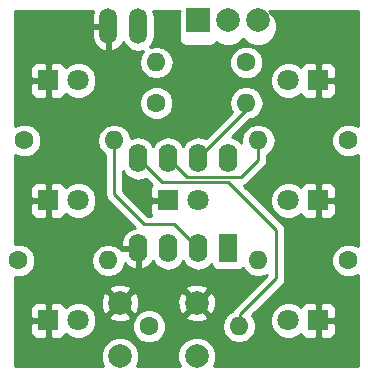
<source format=gbr>
G04 #@! TF.FileFunction,Copper,L2,Bot,Signal*
%FSLAX46Y46*%
G04 Gerber Fmt 4.6, Leading zero omitted, Abs format (unit mm)*
G04 Created by KiCad (PCBNEW 4.0.7) date 01/31/18 00:20:31*
%MOMM*%
%LPD*%
G01*
G04 APERTURE LIST*
%ADD10C,0.100000*%
%ADD11R,2.000000X2.000000*%
%ADD12C,2.000000*%
%ADD13C,1.600000*%
%ADD14O,1.600000X1.600000*%
%ADD15O,1.510000X3.010000*%
%ADD16R,1.800000X1.800000*%
%ADD17C,1.800000*%
%ADD18R,1.600000X2.400000*%
%ADD19O,1.600000X2.400000*%
%ADD20C,0.250000*%
%ADD21C,0.254000*%
G04 APERTURE END LIST*
D10*
D11*
X141732000Y-86868000D03*
D12*
X144272000Y-86868000D03*
X146772000Y-86868000D03*
D13*
X154432000Y-97028000D03*
D14*
X146812000Y-97028000D03*
D12*
X141605000Y-110790600D03*
X141605000Y-115290600D03*
X135105000Y-110790600D03*
X135105000Y-115290600D03*
D13*
X137566400Y-112750600D03*
D14*
X145186400Y-112750600D03*
D15*
X136652000Y-87376000D03*
X134112000Y-87376000D03*
D16*
X129032000Y-91948000D03*
D17*
X131572000Y-91948000D03*
D16*
X129032000Y-102108000D03*
D17*
X131572000Y-102108000D03*
D16*
X129032000Y-112268000D03*
D17*
X131572000Y-112268000D03*
D16*
X139192000Y-102108000D03*
D17*
X141732000Y-102108000D03*
D16*
X151892000Y-91948000D03*
D17*
X149352000Y-91948000D03*
D16*
X151892000Y-102108000D03*
D17*
X149352000Y-102108000D03*
D16*
X151892000Y-112268000D03*
D17*
X149352000Y-112268000D03*
D13*
X127000000Y-97028000D03*
D14*
X134620000Y-97028000D03*
D13*
X126492000Y-107188000D03*
D14*
X134112000Y-107188000D03*
D13*
X138176000Y-93853000D03*
D14*
X145796000Y-93853000D03*
D13*
X145796000Y-90424000D03*
D14*
X138176000Y-90424000D03*
D13*
X154432000Y-107188000D03*
D14*
X146812000Y-107188000D03*
D18*
X144272000Y-106172000D03*
D19*
X136652000Y-98552000D03*
X141732000Y-106172000D03*
X139192000Y-98552000D03*
X139192000Y-106172000D03*
X141732000Y-98552000D03*
X136652000Y-106172000D03*
X144272000Y-98552000D03*
D20*
X134620000Y-97028000D02*
X134620000Y-101600000D01*
X139700000Y-104140000D02*
X141732000Y-106172000D01*
X137160000Y-104140000D02*
X139700000Y-104140000D01*
X134620000Y-101600000D02*
X137160000Y-104140000D01*
X146812000Y-97028000D02*
X146812000Y-98679000D01*
X140773998Y-100133998D02*
X139192000Y-98552000D01*
X145357002Y-100133998D02*
X140773998Y-100133998D01*
X146812000Y-98679000D02*
X145357002Y-100133998D01*
X145288000Y-112776000D02*
X145288000Y-111760000D01*
X145288000Y-111760000D02*
X148336000Y-108712000D01*
X148336000Y-108712000D02*
X148336000Y-104648000D01*
X148336000Y-104648000D02*
X144272000Y-100584000D01*
X144272000Y-100584000D02*
X138684000Y-100584000D01*
X138684000Y-100584000D02*
X136652000Y-98552000D01*
X145796000Y-93853000D02*
X145796000Y-94488000D01*
X145796000Y-94488000D02*
X141732000Y-98552000D01*
D21*
G36*
X132722000Y-86499000D02*
X132722000Y-87249000D01*
X133985000Y-87249000D01*
X133985000Y-87229000D01*
X134239000Y-87229000D01*
X134239000Y-87249000D01*
X134259000Y-87249000D01*
X134259000Y-87503000D01*
X134239000Y-87503000D01*
X134239000Y-89350683D01*
X134453971Y-89473277D01*
X134526597Y-89458793D01*
X135005076Y-89198681D01*
X135347592Y-88775263D01*
X135369249Y-88702013D01*
X135669122Y-89150803D01*
X136120070Y-89452118D01*
X136652000Y-89557925D01*
X137092417Y-89470321D01*
X136822120Y-89874849D01*
X136712887Y-90424000D01*
X136822120Y-90973151D01*
X137133189Y-91438698D01*
X137598736Y-91749767D01*
X138147887Y-91859000D01*
X138204113Y-91859000D01*
X138753264Y-91749767D01*
X139218811Y-91438698D01*
X139529880Y-90973151D01*
X139582584Y-90708187D01*
X144360752Y-90708187D01*
X144578757Y-91235800D01*
X144982077Y-91639824D01*
X145509309Y-91858750D01*
X146080187Y-91859248D01*
X146607800Y-91641243D01*
X147011824Y-91237923D01*
X147230750Y-90710691D01*
X147231248Y-90139813D01*
X147013243Y-89612200D01*
X146609923Y-89208176D01*
X146082691Y-88989250D01*
X145511813Y-88988752D01*
X144984200Y-89206757D01*
X144580176Y-89610077D01*
X144361250Y-90137309D01*
X144360752Y-90708187D01*
X139582584Y-90708187D01*
X139639113Y-90424000D01*
X139529880Y-89874849D01*
X139218811Y-89409302D01*
X138753264Y-89098233D01*
X138204113Y-88989000D01*
X138147887Y-88989000D01*
X137680928Y-89081884D01*
X137936193Y-88699855D01*
X138042000Y-88167925D01*
X138042000Y-86584075D01*
X137936562Y-86054000D01*
X140183473Y-86054000D01*
X140135569Y-86124110D01*
X140084560Y-86376000D01*
X140084560Y-88376000D01*
X140128838Y-88611317D01*
X140267910Y-88827441D01*
X140480110Y-88972431D01*
X140732000Y-89023440D01*
X142732000Y-89023440D01*
X142967317Y-88979162D01*
X143183441Y-88840090D01*
X143280910Y-88697439D01*
X143344637Y-88761278D01*
X143945352Y-89010716D01*
X144595795Y-89011284D01*
X145196943Y-88762894D01*
X145522164Y-88438241D01*
X145844637Y-88761278D01*
X146445352Y-89010716D01*
X147095795Y-89011284D01*
X147696943Y-88762894D01*
X148157278Y-88303363D01*
X148406716Y-87702648D01*
X148407284Y-87052205D01*
X148158894Y-86451057D01*
X147762530Y-86054000D01*
X155246000Y-86054000D01*
X155246000Y-95812253D01*
X155245923Y-95812176D01*
X154718691Y-95593250D01*
X154147813Y-95592752D01*
X153620200Y-95810757D01*
X153216176Y-96214077D01*
X152997250Y-96741309D01*
X152996752Y-97312187D01*
X153214757Y-97839800D01*
X153618077Y-98243824D01*
X154145309Y-98462750D01*
X154716187Y-98463248D01*
X155243800Y-98245243D01*
X155246000Y-98243047D01*
X155246000Y-105972253D01*
X155245923Y-105972176D01*
X154718691Y-105753250D01*
X154147813Y-105752752D01*
X153620200Y-105970757D01*
X153216176Y-106374077D01*
X152997250Y-106901309D01*
X152996752Y-107472187D01*
X153214757Y-107999800D01*
X153618077Y-108403824D01*
X154145309Y-108622750D01*
X154716187Y-108623248D01*
X155243800Y-108405243D01*
X155246000Y-108403047D01*
X155246000Y-116130000D01*
X143026803Y-116130000D01*
X143239716Y-115617248D01*
X143240284Y-114966805D01*
X142991894Y-114365657D01*
X142532363Y-113905322D01*
X141931648Y-113655884D01*
X141281205Y-113655316D01*
X140680057Y-113903706D01*
X140219722Y-114363237D01*
X139970284Y-114963952D01*
X139969716Y-115614395D01*
X140182760Y-116130000D01*
X136526803Y-116130000D01*
X136739716Y-115617248D01*
X136740284Y-114966805D01*
X136491894Y-114365657D01*
X136032363Y-113905322D01*
X135431648Y-113655884D01*
X134781205Y-113655316D01*
X134180057Y-113903706D01*
X133719722Y-114363237D01*
X133470284Y-114963952D01*
X133469716Y-115614395D01*
X133682760Y-116130000D01*
X126186000Y-116130000D01*
X126186000Y-112553750D01*
X127497000Y-112553750D01*
X127497000Y-113294310D01*
X127593673Y-113527699D01*
X127772302Y-113706327D01*
X128005691Y-113803000D01*
X128746250Y-113803000D01*
X128905000Y-113644250D01*
X128905000Y-112395000D01*
X127655750Y-112395000D01*
X127497000Y-112553750D01*
X126186000Y-112553750D01*
X126186000Y-111241690D01*
X127497000Y-111241690D01*
X127497000Y-111982250D01*
X127655750Y-112141000D01*
X128905000Y-112141000D01*
X128905000Y-110891750D01*
X129159000Y-110891750D01*
X129159000Y-112141000D01*
X129179000Y-112141000D01*
X129179000Y-112395000D01*
X129159000Y-112395000D01*
X129159000Y-113644250D01*
X129317750Y-113803000D01*
X130058309Y-113803000D01*
X130291698Y-113706327D01*
X130470327Y-113527699D01*
X130526119Y-113393006D01*
X130701357Y-113568551D01*
X131265330Y-113802733D01*
X131875991Y-113803265D01*
X132440371Y-113570068D01*
X132872551Y-113138643D01*
X132915675Y-113034787D01*
X136131152Y-113034787D01*
X136349157Y-113562400D01*
X136752477Y-113966424D01*
X137279709Y-114185350D01*
X137850587Y-114185848D01*
X138378200Y-113967843D01*
X138782224Y-113564523D01*
X139001150Y-113037291D01*
X139001648Y-112466413D01*
X138785433Y-111943132D01*
X140632073Y-111943132D01*
X140730736Y-112209987D01*
X141340461Y-112436508D01*
X141990460Y-112412456D01*
X142479264Y-112209987D01*
X142577927Y-111943132D01*
X141605000Y-110970205D01*
X140632073Y-111943132D01*
X138785433Y-111943132D01*
X138783643Y-111938800D01*
X138380323Y-111534776D01*
X137853091Y-111315850D01*
X137282213Y-111315352D01*
X136754600Y-111533357D01*
X136350576Y-111936677D01*
X136131650Y-112463909D01*
X136131152Y-113034787D01*
X132915675Y-113034787D01*
X133106733Y-112574670D01*
X133107265Y-111964009D01*
X133098639Y-111943132D01*
X134132073Y-111943132D01*
X134230736Y-112209987D01*
X134840461Y-112436508D01*
X135490460Y-112412456D01*
X135979264Y-112209987D01*
X136077927Y-111943132D01*
X135105000Y-110970205D01*
X134132073Y-111943132D01*
X133098639Y-111943132D01*
X132874068Y-111399629D01*
X132442643Y-110967449D01*
X131878670Y-110733267D01*
X131268009Y-110732735D01*
X130703629Y-110965932D01*
X130526159Y-111143092D01*
X130470327Y-111008301D01*
X130291698Y-110829673D01*
X130058309Y-110733000D01*
X129317750Y-110733000D01*
X129159000Y-110891750D01*
X128905000Y-110891750D01*
X128746250Y-110733000D01*
X128005691Y-110733000D01*
X127772302Y-110829673D01*
X127593673Y-111008301D01*
X127497000Y-111241690D01*
X126186000Y-111241690D01*
X126186000Y-110526061D01*
X133459092Y-110526061D01*
X133483144Y-111176060D01*
X133685613Y-111664864D01*
X133952468Y-111763527D01*
X134925395Y-110790600D01*
X135284605Y-110790600D01*
X136257532Y-111763527D01*
X136524387Y-111664864D01*
X136750908Y-111055139D01*
X136731331Y-110526061D01*
X139959092Y-110526061D01*
X139983144Y-111176060D01*
X140185613Y-111664864D01*
X140452468Y-111763527D01*
X141425395Y-110790600D01*
X141784605Y-110790600D01*
X142757532Y-111763527D01*
X143024387Y-111664864D01*
X143250908Y-111055139D01*
X143226856Y-110405140D01*
X143024387Y-109916336D01*
X142757532Y-109817673D01*
X141784605Y-110790600D01*
X141425395Y-110790600D01*
X140452468Y-109817673D01*
X140185613Y-109916336D01*
X139959092Y-110526061D01*
X136731331Y-110526061D01*
X136726856Y-110405140D01*
X136524387Y-109916336D01*
X136257532Y-109817673D01*
X135284605Y-110790600D01*
X134925395Y-110790600D01*
X133952468Y-109817673D01*
X133685613Y-109916336D01*
X133459092Y-110526061D01*
X126186000Y-110526061D01*
X126186000Y-109638068D01*
X134132073Y-109638068D01*
X135105000Y-110610995D01*
X136077927Y-109638068D01*
X140632073Y-109638068D01*
X141605000Y-110610995D01*
X142577927Y-109638068D01*
X142479264Y-109371213D01*
X141869539Y-109144692D01*
X141219540Y-109168744D01*
X140730736Y-109371213D01*
X140632073Y-109638068D01*
X136077927Y-109638068D01*
X135979264Y-109371213D01*
X135369539Y-109144692D01*
X134719540Y-109168744D01*
X134230736Y-109371213D01*
X134132073Y-109638068D01*
X126186000Y-109638068D01*
X126186000Y-108614732D01*
X126205309Y-108622750D01*
X126776187Y-108623248D01*
X127303800Y-108405243D01*
X127707824Y-108001923D01*
X127926750Y-107474691D01*
X127927000Y-107188000D01*
X132648887Y-107188000D01*
X132758120Y-107737151D01*
X133069189Y-108202698D01*
X133534736Y-108513767D01*
X134083887Y-108623000D01*
X134140113Y-108623000D01*
X134689264Y-108513767D01*
X135154811Y-108202698D01*
X135465880Y-107737151D01*
X135527350Y-107428123D01*
X135727104Y-107676500D01*
X136220181Y-107946367D01*
X136302961Y-107963904D01*
X136525000Y-107841915D01*
X136525000Y-106299000D01*
X135238800Y-106299000D01*
X135154811Y-106173302D01*
X134689264Y-105862233D01*
X134140113Y-105753000D01*
X134083887Y-105753000D01*
X133534736Y-105862233D01*
X133069189Y-106173302D01*
X132758120Y-106638849D01*
X132648887Y-107188000D01*
X127927000Y-107188000D01*
X127927248Y-106903813D01*
X127709243Y-106376200D01*
X127305923Y-105972176D01*
X126778691Y-105753250D01*
X126207813Y-105752752D01*
X126186000Y-105761765D01*
X126186000Y-102393750D01*
X127497000Y-102393750D01*
X127497000Y-103134310D01*
X127593673Y-103367699D01*
X127772302Y-103546327D01*
X128005691Y-103643000D01*
X128746250Y-103643000D01*
X128905000Y-103484250D01*
X128905000Y-102235000D01*
X127655750Y-102235000D01*
X127497000Y-102393750D01*
X126186000Y-102393750D01*
X126186000Y-101081690D01*
X127497000Y-101081690D01*
X127497000Y-101822250D01*
X127655750Y-101981000D01*
X128905000Y-101981000D01*
X128905000Y-100731750D01*
X129159000Y-100731750D01*
X129159000Y-101981000D01*
X129179000Y-101981000D01*
X129179000Y-102235000D01*
X129159000Y-102235000D01*
X129159000Y-103484250D01*
X129317750Y-103643000D01*
X130058309Y-103643000D01*
X130291698Y-103546327D01*
X130470327Y-103367699D01*
X130526119Y-103233006D01*
X130701357Y-103408551D01*
X131265330Y-103642733D01*
X131875991Y-103643265D01*
X132440371Y-103410068D01*
X132872551Y-102978643D01*
X133106733Y-102414670D01*
X133107265Y-101804009D01*
X132874068Y-101239629D01*
X132442643Y-100807449D01*
X131878670Y-100573267D01*
X131268009Y-100572735D01*
X130703629Y-100805932D01*
X130526159Y-100983092D01*
X130470327Y-100848301D01*
X130291698Y-100669673D01*
X130058309Y-100573000D01*
X129317750Y-100573000D01*
X129159000Y-100731750D01*
X128905000Y-100731750D01*
X128746250Y-100573000D01*
X128005691Y-100573000D01*
X127772302Y-100669673D01*
X127593673Y-100848301D01*
X127497000Y-101081690D01*
X126186000Y-101081690D01*
X126186000Y-98243747D01*
X126186077Y-98243824D01*
X126713309Y-98462750D01*
X127284187Y-98463248D01*
X127811800Y-98245243D01*
X128215824Y-97841923D01*
X128434750Y-97314691D01*
X128435000Y-97028000D01*
X133156887Y-97028000D01*
X133266120Y-97577151D01*
X133577189Y-98042698D01*
X133860000Y-98231667D01*
X133860000Y-101600000D01*
X133917852Y-101890839D01*
X134082599Y-102137401D01*
X136352524Y-104407326D01*
X136302961Y-104380096D01*
X136220181Y-104397633D01*
X135727104Y-104667500D01*
X135374834Y-105105517D01*
X135217000Y-105645000D01*
X135217000Y-106045000D01*
X136525000Y-106045000D01*
X136525000Y-106025000D01*
X136779000Y-106025000D01*
X136779000Y-106045000D01*
X136799000Y-106045000D01*
X136799000Y-106299000D01*
X136779000Y-106299000D01*
X136779000Y-107841915D01*
X137001039Y-107963904D01*
X137083819Y-107946367D01*
X137576896Y-107676500D01*
X137924493Y-107244293D01*
X138177302Y-107622648D01*
X138642849Y-107933717D01*
X139192000Y-108042950D01*
X139741151Y-107933717D01*
X140206698Y-107622648D01*
X140462000Y-107240562D01*
X140717302Y-107622648D01*
X141182849Y-107933717D01*
X141732000Y-108042950D01*
X142281151Y-107933717D01*
X142746698Y-107622648D01*
X142844251Y-107476650D01*
X142868838Y-107607317D01*
X143007910Y-107823441D01*
X143220110Y-107968431D01*
X143472000Y-108019440D01*
X145072000Y-108019440D01*
X145307317Y-107975162D01*
X145523441Y-107836090D01*
X145523839Y-107835507D01*
X145769189Y-108202698D01*
X146234736Y-108513767D01*
X146783887Y-108623000D01*
X146840113Y-108623000D01*
X147389264Y-108513767D01*
X147576000Y-108388994D01*
X147576000Y-108397198D01*
X144750599Y-111222599D01*
X144616442Y-111423380D01*
X144609136Y-111424833D01*
X144143589Y-111735902D01*
X143832520Y-112201449D01*
X143723287Y-112750600D01*
X143832520Y-113299751D01*
X144143589Y-113765298D01*
X144609136Y-114076367D01*
X145158287Y-114185600D01*
X145214513Y-114185600D01*
X145763664Y-114076367D01*
X146229211Y-113765298D01*
X146540280Y-113299751D01*
X146649513Y-112750600D01*
X146613986Y-112571991D01*
X147816735Y-112571991D01*
X148049932Y-113136371D01*
X148481357Y-113568551D01*
X149045330Y-113802733D01*
X149655991Y-113803265D01*
X150220371Y-113570068D01*
X150397841Y-113392908D01*
X150453673Y-113527699D01*
X150632302Y-113706327D01*
X150865691Y-113803000D01*
X151606250Y-113803000D01*
X151765000Y-113644250D01*
X151765000Y-112395000D01*
X152019000Y-112395000D01*
X152019000Y-113644250D01*
X152177750Y-113803000D01*
X152918309Y-113803000D01*
X153151698Y-113706327D01*
X153330327Y-113527699D01*
X153427000Y-113294310D01*
X153427000Y-112553750D01*
X153268250Y-112395000D01*
X152019000Y-112395000D01*
X151765000Y-112395000D01*
X151745000Y-112395000D01*
X151745000Y-112141000D01*
X151765000Y-112141000D01*
X151765000Y-110891750D01*
X152019000Y-110891750D01*
X152019000Y-112141000D01*
X153268250Y-112141000D01*
X153427000Y-111982250D01*
X153427000Y-111241690D01*
X153330327Y-111008301D01*
X153151698Y-110829673D01*
X152918309Y-110733000D01*
X152177750Y-110733000D01*
X152019000Y-110891750D01*
X151765000Y-110891750D01*
X151606250Y-110733000D01*
X150865691Y-110733000D01*
X150632302Y-110829673D01*
X150453673Y-111008301D01*
X150397881Y-111142994D01*
X150222643Y-110967449D01*
X149658670Y-110733267D01*
X149048009Y-110732735D01*
X148483629Y-110965932D01*
X148051449Y-111397357D01*
X147817267Y-111961330D01*
X147816735Y-112571991D01*
X146613986Y-112571991D01*
X146540280Y-112201449D01*
X146292372Y-111830430D01*
X148873401Y-109249401D01*
X149038148Y-109002839D01*
X149096000Y-108712000D01*
X149096000Y-104648000D01*
X149038148Y-104357161D01*
X148873401Y-104110599D01*
X147174793Y-102411991D01*
X147816735Y-102411991D01*
X148049932Y-102976371D01*
X148481357Y-103408551D01*
X149045330Y-103642733D01*
X149655991Y-103643265D01*
X150220371Y-103410068D01*
X150397841Y-103232908D01*
X150453673Y-103367699D01*
X150632302Y-103546327D01*
X150865691Y-103643000D01*
X151606250Y-103643000D01*
X151765000Y-103484250D01*
X151765000Y-102235000D01*
X152019000Y-102235000D01*
X152019000Y-103484250D01*
X152177750Y-103643000D01*
X152918309Y-103643000D01*
X153151698Y-103546327D01*
X153330327Y-103367699D01*
X153427000Y-103134310D01*
X153427000Y-102393750D01*
X153268250Y-102235000D01*
X152019000Y-102235000D01*
X151765000Y-102235000D01*
X151745000Y-102235000D01*
X151745000Y-101981000D01*
X151765000Y-101981000D01*
X151765000Y-100731750D01*
X152019000Y-100731750D01*
X152019000Y-101981000D01*
X153268250Y-101981000D01*
X153427000Y-101822250D01*
X153427000Y-101081690D01*
X153330327Y-100848301D01*
X153151698Y-100669673D01*
X152918309Y-100573000D01*
X152177750Y-100573000D01*
X152019000Y-100731750D01*
X151765000Y-100731750D01*
X151606250Y-100573000D01*
X150865691Y-100573000D01*
X150632302Y-100669673D01*
X150453673Y-100848301D01*
X150397881Y-100982994D01*
X150222643Y-100807449D01*
X149658670Y-100573267D01*
X149048009Y-100572735D01*
X148483629Y-100805932D01*
X148051449Y-101237357D01*
X147817267Y-101801330D01*
X147816735Y-102411991D01*
X147174793Y-102411991D01*
X145607060Y-100844258D01*
X145647841Y-100836146D01*
X145894403Y-100671399D01*
X147349401Y-99216401D01*
X147514148Y-98969839D01*
X147572000Y-98679000D01*
X147572000Y-98231667D01*
X147854811Y-98042698D01*
X148165880Y-97577151D01*
X148275113Y-97028000D01*
X148165880Y-96478849D01*
X147854811Y-96013302D01*
X147389264Y-95702233D01*
X146840113Y-95593000D01*
X146783887Y-95593000D01*
X146234736Y-95702233D01*
X145769189Y-96013302D01*
X145458120Y-96478849D01*
X145348887Y-97028000D01*
X145396023Y-97264968D01*
X145286698Y-97101352D01*
X144821151Y-96790283D01*
X144610433Y-96748369D01*
X146132056Y-95226746D01*
X146373264Y-95178767D01*
X146838811Y-94867698D01*
X147149880Y-94402151D01*
X147259113Y-93853000D01*
X147149880Y-93303849D01*
X146838811Y-92838302D01*
X146373264Y-92527233D01*
X145824113Y-92418000D01*
X145767887Y-92418000D01*
X145218736Y-92527233D01*
X144753189Y-92838302D01*
X144442120Y-93303849D01*
X144332887Y-93853000D01*
X144442120Y-94402151D01*
X144588289Y-94620909D01*
X142363734Y-96845464D01*
X142281151Y-96790283D01*
X141732000Y-96681050D01*
X141182849Y-96790283D01*
X140717302Y-97101352D01*
X140462000Y-97483438D01*
X140206698Y-97101352D01*
X139741151Y-96790283D01*
X139192000Y-96681050D01*
X138642849Y-96790283D01*
X138177302Y-97101352D01*
X137922000Y-97483438D01*
X137666698Y-97101352D01*
X137201151Y-96790283D01*
X136652000Y-96681050D01*
X136102849Y-96790283D01*
X136043691Y-96829811D01*
X135973880Y-96478849D01*
X135662811Y-96013302D01*
X135197264Y-95702233D01*
X134648113Y-95593000D01*
X134591887Y-95593000D01*
X134042736Y-95702233D01*
X133577189Y-96013302D01*
X133266120Y-96478849D01*
X133156887Y-97028000D01*
X128435000Y-97028000D01*
X128435248Y-96743813D01*
X128217243Y-96216200D01*
X127813923Y-95812176D01*
X127286691Y-95593250D01*
X126715813Y-95592752D01*
X126188200Y-95810757D01*
X126186000Y-95812953D01*
X126186000Y-94137187D01*
X136740752Y-94137187D01*
X136958757Y-94664800D01*
X137362077Y-95068824D01*
X137889309Y-95287750D01*
X138460187Y-95288248D01*
X138987800Y-95070243D01*
X139391824Y-94666923D01*
X139610750Y-94139691D01*
X139611248Y-93568813D01*
X139393243Y-93041200D01*
X138989923Y-92637176D01*
X138462691Y-92418250D01*
X137891813Y-92417752D01*
X137364200Y-92635757D01*
X136960176Y-93039077D01*
X136741250Y-93566309D01*
X136740752Y-94137187D01*
X126186000Y-94137187D01*
X126186000Y-92233750D01*
X127497000Y-92233750D01*
X127497000Y-92974310D01*
X127593673Y-93207699D01*
X127772302Y-93386327D01*
X128005691Y-93483000D01*
X128746250Y-93483000D01*
X128905000Y-93324250D01*
X128905000Y-92075000D01*
X127655750Y-92075000D01*
X127497000Y-92233750D01*
X126186000Y-92233750D01*
X126186000Y-90921690D01*
X127497000Y-90921690D01*
X127497000Y-91662250D01*
X127655750Y-91821000D01*
X128905000Y-91821000D01*
X128905000Y-90571750D01*
X129159000Y-90571750D01*
X129159000Y-91821000D01*
X129179000Y-91821000D01*
X129179000Y-92075000D01*
X129159000Y-92075000D01*
X129159000Y-93324250D01*
X129317750Y-93483000D01*
X130058309Y-93483000D01*
X130291698Y-93386327D01*
X130470327Y-93207699D01*
X130526119Y-93073006D01*
X130701357Y-93248551D01*
X131265330Y-93482733D01*
X131875991Y-93483265D01*
X132440371Y-93250068D01*
X132872551Y-92818643D01*
X133106733Y-92254670D01*
X133106735Y-92251991D01*
X147816735Y-92251991D01*
X148049932Y-92816371D01*
X148481357Y-93248551D01*
X149045330Y-93482733D01*
X149655991Y-93483265D01*
X150220371Y-93250068D01*
X150397841Y-93072908D01*
X150453673Y-93207699D01*
X150632302Y-93386327D01*
X150865691Y-93483000D01*
X151606250Y-93483000D01*
X151765000Y-93324250D01*
X151765000Y-92075000D01*
X152019000Y-92075000D01*
X152019000Y-93324250D01*
X152177750Y-93483000D01*
X152918309Y-93483000D01*
X153151698Y-93386327D01*
X153330327Y-93207699D01*
X153427000Y-92974310D01*
X153427000Y-92233750D01*
X153268250Y-92075000D01*
X152019000Y-92075000D01*
X151765000Y-92075000D01*
X151745000Y-92075000D01*
X151745000Y-91821000D01*
X151765000Y-91821000D01*
X151765000Y-90571750D01*
X152019000Y-90571750D01*
X152019000Y-91821000D01*
X153268250Y-91821000D01*
X153427000Y-91662250D01*
X153427000Y-90921690D01*
X153330327Y-90688301D01*
X153151698Y-90509673D01*
X152918309Y-90413000D01*
X152177750Y-90413000D01*
X152019000Y-90571750D01*
X151765000Y-90571750D01*
X151606250Y-90413000D01*
X150865691Y-90413000D01*
X150632302Y-90509673D01*
X150453673Y-90688301D01*
X150397881Y-90822994D01*
X150222643Y-90647449D01*
X149658670Y-90413267D01*
X149048009Y-90412735D01*
X148483629Y-90645932D01*
X148051449Y-91077357D01*
X147817267Y-91641330D01*
X147816735Y-92251991D01*
X133106735Y-92251991D01*
X133107265Y-91644009D01*
X132874068Y-91079629D01*
X132442643Y-90647449D01*
X131878670Y-90413267D01*
X131268009Y-90412735D01*
X130703629Y-90645932D01*
X130526159Y-90823092D01*
X130470327Y-90688301D01*
X130291698Y-90509673D01*
X130058309Y-90413000D01*
X129317750Y-90413000D01*
X129159000Y-90571750D01*
X128905000Y-90571750D01*
X128746250Y-90413000D01*
X128005691Y-90413000D01*
X127772302Y-90509673D01*
X127593673Y-90688301D01*
X127497000Y-90921690D01*
X126186000Y-90921690D01*
X126186000Y-87503000D01*
X132722000Y-87503000D01*
X132722000Y-88253000D01*
X132876408Y-88775263D01*
X133218924Y-89198681D01*
X133697403Y-89458793D01*
X133770029Y-89473277D01*
X133985000Y-89350683D01*
X133985000Y-87503000D01*
X132722000Y-87503000D01*
X126186000Y-87503000D01*
X126186000Y-86054000D01*
X132853565Y-86054000D01*
X132722000Y-86499000D01*
X132722000Y-86499000D01*
G37*
X132722000Y-86499000D02*
X132722000Y-87249000D01*
X133985000Y-87249000D01*
X133985000Y-87229000D01*
X134239000Y-87229000D01*
X134239000Y-87249000D01*
X134259000Y-87249000D01*
X134259000Y-87503000D01*
X134239000Y-87503000D01*
X134239000Y-89350683D01*
X134453971Y-89473277D01*
X134526597Y-89458793D01*
X135005076Y-89198681D01*
X135347592Y-88775263D01*
X135369249Y-88702013D01*
X135669122Y-89150803D01*
X136120070Y-89452118D01*
X136652000Y-89557925D01*
X137092417Y-89470321D01*
X136822120Y-89874849D01*
X136712887Y-90424000D01*
X136822120Y-90973151D01*
X137133189Y-91438698D01*
X137598736Y-91749767D01*
X138147887Y-91859000D01*
X138204113Y-91859000D01*
X138753264Y-91749767D01*
X139218811Y-91438698D01*
X139529880Y-90973151D01*
X139582584Y-90708187D01*
X144360752Y-90708187D01*
X144578757Y-91235800D01*
X144982077Y-91639824D01*
X145509309Y-91858750D01*
X146080187Y-91859248D01*
X146607800Y-91641243D01*
X147011824Y-91237923D01*
X147230750Y-90710691D01*
X147231248Y-90139813D01*
X147013243Y-89612200D01*
X146609923Y-89208176D01*
X146082691Y-88989250D01*
X145511813Y-88988752D01*
X144984200Y-89206757D01*
X144580176Y-89610077D01*
X144361250Y-90137309D01*
X144360752Y-90708187D01*
X139582584Y-90708187D01*
X139639113Y-90424000D01*
X139529880Y-89874849D01*
X139218811Y-89409302D01*
X138753264Y-89098233D01*
X138204113Y-88989000D01*
X138147887Y-88989000D01*
X137680928Y-89081884D01*
X137936193Y-88699855D01*
X138042000Y-88167925D01*
X138042000Y-86584075D01*
X137936562Y-86054000D01*
X140183473Y-86054000D01*
X140135569Y-86124110D01*
X140084560Y-86376000D01*
X140084560Y-88376000D01*
X140128838Y-88611317D01*
X140267910Y-88827441D01*
X140480110Y-88972431D01*
X140732000Y-89023440D01*
X142732000Y-89023440D01*
X142967317Y-88979162D01*
X143183441Y-88840090D01*
X143280910Y-88697439D01*
X143344637Y-88761278D01*
X143945352Y-89010716D01*
X144595795Y-89011284D01*
X145196943Y-88762894D01*
X145522164Y-88438241D01*
X145844637Y-88761278D01*
X146445352Y-89010716D01*
X147095795Y-89011284D01*
X147696943Y-88762894D01*
X148157278Y-88303363D01*
X148406716Y-87702648D01*
X148407284Y-87052205D01*
X148158894Y-86451057D01*
X147762530Y-86054000D01*
X155246000Y-86054000D01*
X155246000Y-95812253D01*
X155245923Y-95812176D01*
X154718691Y-95593250D01*
X154147813Y-95592752D01*
X153620200Y-95810757D01*
X153216176Y-96214077D01*
X152997250Y-96741309D01*
X152996752Y-97312187D01*
X153214757Y-97839800D01*
X153618077Y-98243824D01*
X154145309Y-98462750D01*
X154716187Y-98463248D01*
X155243800Y-98245243D01*
X155246000Y-98243047D01*
X155246000Y-105972253D01*
X155245923Y-105972176D01*
X154718691Y-105753250D01*
X154147813Y-105752752D01*
X153620200Y-105970757D01*
X153216176Y-106374077D01*
X152997250Y-106901309D01*
X152996752Y-107472187D01*
X153214757Y-107999800D01*
X153618077Y-108403824D01*
X154145309Y-108622750D01*
X154716187Y-108623248D01*
X155243800Y-108405243D01*
X155246000Y-108403047D01*
X155246000Y-116130000D01*
X143026803Y-116130000D01*
X143239716Y-115617248D01*
X143240284Y-114966805D01*
X142991894Y-114365657D01*
X142532363Y-113905322D01*
X141931648Y-113655884D01*
X141281205Y-113655316D01*
X140680057Y-113903706D01*
X140219722Y-114363237D01*
X139970284Y-114963952D01*
X139969716Y-115614395D01*
X140182760Y-116130000D01*
X136526803Y-116130000D01*
X136739716Y-115617248D01*
X136740284Y-114966805D01*
X136491894Y-114365657D01*
X136032363Y-113905322D01*
X135431648Y-113655884D01*
X134781205Y-113655316D01*
X134180057Y-113903706D01*
X133719722Y-114363237D01*
X133470284Y-114963952D01*
X133469716Y-115614395D01*
X133682760Y-116130000D01*
X126186000Y-116130000D01*
X126186000Y-112553750D01*
X127497000Y-112553750D01*
X127497000Y-113294310D01*
X127593673Y-113527699D01*
X127772302Y-113706327D01*
X128005691Y-113803000D01*
X128746250Y-113803000D01*
X128905000Y-113644250D01*
X128905000Y-112395000D01*
X127655750Y-112395000D01*
X127497000Y-112553750D01*
X126186000Y-112553750D01*
X126186000Y-111241690D01*
X127497000Y-111241690D01*
X127497000Y-111982250D01*
X127655750Y-112141000D01*
X128905000Y-112141000D01*
X128905000Y-110891750D01*
X129159000Y-110891750D01*
X129159000Y-112141000D01*
X129179000Y-112141000D01*
X129179000Y-112395000D01*
X129159000Y-112395000D01*
X129159000Y-113644250D01*
X129317750Y-113803000D01*
X130058309Y-113803000D01*
X130291698Y-113706327D01*
X130470327Y-113527699D01*
X130526119Y-113393006D01*
X130701357Y-113568551D01*
X131265330Y-113802733D01*
X131875991Y-113803265D01*
X132440371Y-113570068D01*
X132872551Y-113138643D01*
X132915675Y-113034787D01*
X136131152Y-113034787D01*
X136349157Y-113562400D01*
X136752477Y-113966424D01*
X137279709Y-114185350D01*
X137850587Y-114185848D01*
X138378200Y-113967843D01*
X138782224Y-113564523D01*
X139001150Y-113037291D01*
X139001648Y-112466413D01*
X138785433Y-111943132D01*
X140632073Y-111943132D01*
X140730736Y-112209987D01*
X141340461Y-112436508D01*
X141990460Y-112412456D01*
X142479264Y-112209987D01*
X142577927Y-111943132D01*
X141605000Y-110970205D01*
X140632073Y-111943132D01*
X138785433Y-111943132D01*
X138783643Y-111938800D01*
X138380323Y-111534776D01*
X137853091Y-111315850D01*
X137282213Y-111315352D01*
X136754600Y-111533357D01*
X136350576Y-111936677D01*
X136131650Y-112463909D01*
X136131152Y-113034787D01*
X132915675Y-113034787D01*
X133106733Y-112574670D01*
X133107265Y-111964009D01*
X133098639Y-111943132D01*
X134132073Y-111943132D01*
X134230736Y-112209987D01*
X134840461Y-112436508D01*
X135490460Y-112412456D01*
X135979264Y-112209987D01*
X136077927Y-111943132D01*
X135105000Y-110970205D01*
X134132073Y-111943132D01*
X133098639Y-111943132D01*
X132874068Y-111399629D01*
X132442643Y-110967449D01*
X131878670Y-110733267D01*
X131268009Y-110732735D01*
X130703629Y-110965932D01*
X130526159Y-111143092D01*
X130470327Y-111008301D01*
X130291698Y-110829673D01*
X130058309Y-110733000D01*
X129317750Y-110733000D01*
X129159000Y-110891750D01*
X128905000Y-110891750D01*
X128746250Y-110733000D01*
X128005691Y-110733000D01*
X127772302Y-110829673D01*
X127593673Y-111008301D01*
X127497000Y-111241690D01*
X126186000Y-111241690D01*
X126186000Y-110526061D01*
X133459092Y-110526061D01*
X133483144Y-111176060D01*
X133685613Y-111664864D01*
X133952468Y-111763527D01*
X134925395Y-110790600D01*
X135284605Y-110790600D01*
X136257532Y-111763527D01*
X136524387Y-111664864D01*
X136750908Y-111055139D01*
X136731331Y-110526061D01*
X139959092Y-110526061D01*
X139983144Y-111176060D01*
X140185613Y-111664864D01*
X140452468Y-111763527D01*
X141425395Y-110790600D01*
X141784605Y-110790600D01*
X142757532Y-111763527D01*
X143024387Y-111664864D01*
X143250908Y-111055139D01*
X143226856Y-110405140D01*
X143024387Y-109916336D01*
X142757532Y-109817673D01*
X141784605Y-110790600D01*
X141425395Y-110790600D01*
X140452468Y-109817673D01*
X140185613Y-109916336D01*
X139959092Y-110526061D01*
X136731331Y-110526061D01*
X136726856Y-110405140D01*
X136524387Y-109916336D01*
X136257532Y-109817673D01*
X135284605Y-110790600D01*
X134925395Y-110790600D01*
X133952468Y-109817673D01*
X133685613Y-109916336D01*
X133459092Y-110526061D01*
X126186000Y-110526061D01*
X126186000Y-109638068D01*
X134132073Y-109638068D01*
X135105000Y-110610995D01*
X136077927Y-109638068D01*
X140632073Y-109638068D01*
X141605000Y-110610995D01*
X142577927Y-109638068D01*
X142479264Y-109371213D01*
X141869539Y-109144692D01*
X141219540Y-109168744D01*
X140730736Y-109371213D01*
X140632073Y-109638068D01*
X136077927Y-109638068D01*
X135979264Y-109371213D01*
X135369539Y-109144692D01*
X134719540Y-109168744D01*
X134230736Y-109371213D01*
X134132073Y-109638068D01*
X126186000Y-109638068D01*
X126186000Y-108614732D01*
X126205309Y-108622750D01*
X126776187Y-108623248D01*
X127303800Y-108405243D01*
X127707824Y-108001923D01*
X127926750Y-107474691D01*
X127927000Y-107188000D01*
X132648887Y-107188000D01*
X132758120Y-107737151D01*
X133069189Y-108202698D01*
X133534736Y-108513767D01*
X134083887Y-108623000D01*
X134140113Y-108623000D01*
X134689264Y-108513767D01*
X135154811Y-108202698D01*
X135465880Y-107737151D01*
X135527350Y-107428123D01*
X135727104Y-107676500D01*
X136220181Y-107946367D01*
X136302961Y-107963904D01*
X136525000Y-107841915D01*
X136525000Y-106299000D01*
X135238800Y-106299000D01*
X135154811Y-106173302D01*
X134689264Y-105862233D01*
X134140113Y-105753000D01*
X134083887Y-105753000D01*
X133534736Y-105862233D01*
X133069189Y-106173302D01*
X132758120Y-106638849D01*
X132648887Y-107188000D01*
X127927000Y-107188000D01*
X127927248Y-106903813D01*
X127709243Y-106376200D01*
X127305923Y-105972176D01*
X126778691Y-105753250D01*
X126207813Y-105752752D01*
X126186000Y-105761765D01*
X126186000Y-102393750D01*
X127497000Y-102393750D01*
X127497000Y-103134310D01*
X127593673Y-103367699D01*
X127772302Y-103546327D01*
X128005691Y-103643000D01*
X128746250Y-103643000D01*
X128905000Y-103484250D01*
X128905000Y-102235000D01*
X127655750Y-102235000D01*
X127497000Y-102393750D01*
X126186000Y-102393750D01*
X126186000Y-101081690D01*
X127497000Y-101081690D01*
X127497000Y-101822250D01*
X127655750Y-101981000D01*
X128905000Y-101981000D01*
X128905000Y-100731750D01*
X129159000Y-100731750D01*
X129159000Y-101981000D01*
X129179000Y-101981000D01*
X129179000Y-102235000D01*
X129159000Y-102235000D01*
X129159000Y-103484250D01*
X129317750Y-103643000D01*
X130058309Y-103643000D01*
X130291698Y-103546327D01*
X130470327Y-103367699D01*
X130526119Y-103233006D01*
X130701357Y-103408551D01*
X131265330Y-103642733D01*
X131875991Y-103643265D01*
X132440371Y-103410068D01*
X132872551Y-102978643D01*
X133106733Y-102414670D01*
X133107265Y-101804009D01*
X132874068Y-101239629D01*
X132442643Y-100807449D01*
X131878670Y-100573267D01*
X131268009Y-100572735D01*
X130703629Y-100805932D01*
X130526159Y-100983092D01*
X130470327Y-100848301D01*
X130291698Y-100669673D01*
X130058309Y-100573000D01*
X129317750Y-100573000D01*
X129159000Y-100731750D01*
X128905000Y-100731750D01*
X128746250Y-100573000D01*
X128005691Y-100573000D01*
X127772302Y-100669673D01*
X127593673Y-100848301D01*
X127497000Y-101081690D01*
X126186000Y-101081690D01*
X126186000Y-98243747D01*
X126186077Y-98243824D01*
X126713309Y-98462750D01*
X127284187Y-98463248D01*
X127811800Y-98245243D01*
X128215824Y-97841923D01*
X128434750Y-97314691D01*
X128435000Y-97028000D01*
X133156887Y-97028000D01*
X133266120Y-97577151D01*
X133577189Y-98042698D01*
X133860000Y-98231667D01*
X133860000Y-101600000D01*
X133917852Y-101890839D01*
X134082599Y-102137401D01*
X136352524Y-104407326D01*
X136302961Y-104380096D01*
X136220181Y-104397633D01*
X135727104Y-104667500D01*
X135374834Y-105105517D01*
X135217000Y-105645000D01*
X135217000Y-106045000D01*
X136525000Y-106045000D01*
X136525000Y-106025000D01*
X136779000Y-106025000D01*
X136779000Y-106045000D01*
X136799000Y-106045000D01*
X136799000Y-106299000D01*
X136779000Y-106299000D01*
X136779000Y-107841915D01*
X137001039Y-107963904D01*
X137083819Y-107946367D01*
X137576896Y-107676500D01*
X137924493Y-107244293D01*
X138177302Y-107622648D01*
X138642849Y-107933717D01*
X139192000Y-108042950D01*
X139741151Y-107933717D01*
X140206698Y-107622648D01*
X140462000Y-107240562D01*
X140717302Y-107622648D01*
X141182849Y-107933717D01*
X141732000Y-108042950D01*
X142281151Y-107933717D01*
X142746698Y-107622648D01*
X142844251Y-107476650D01*
X142868838Y-107607317D01*
X143007910Y-107823441D01*
X143220110Y-107968431D01*
X143472000Y-108019440D01*
X145072000Y-108019440D01*
X145307317Y-107975162D01*
X145523441Y-107836090D01*
X145523839Y-107835507D01*
X145769189Y-108202698D01*
X146234736Y-108513767D01*
X146783887Y-108623000D01*
X146840113Y-108623000D01*
X147389264Y-108513767D01*
X147576000Y-108388994D01*
X147576000Y-108397198D01*
X144750599Y-111222599D01*
X144616442Y-111423380D01*
X144609136Y-111424833D01*
X144143589Y-111735902D01*
X143832520Y-112201449D01*
X143723287Y-112750600D01*
X143832520Y-113299751D01*
X144143589Y-113765298D01*
X144609136Y-114076367D01*
X145158287Y-114185600D01*
X145214513Y-114185600D01*
X145763664Y-114076367D01*
X146229211Y-113765298D01*
X146540280Y-113299751D01*
X146649513Y-112750600D01*
X146613986Y-112571991D01*
X147816735Y-112571991D01*
X148049932Y-113136371D01*
X148481357Y-113568551D01*
X149045330Y-113802733D01*
X149655991Y-113803265D01*
X150220371Y-113570068D01*
X150397841Y-113392908D01*
X150453673Y-113527699D01*
X150632302Y-113706327D01*
X150865691Y-113803000D01*
X151606250Y-113803000D01*
X151765000Y-113644250D01*
X151765000Y-112395000D01*
X152019000Y-112395000D01*
X152019000Y-113644250D01*
X152177750Y-113803000D01*
X152918309Y-113803000D01*
X153151698Y-113706327D01*
X153330327Y-113527699D01*
X153427000Y-113294310D01*
X153427000Y-112553750D01*
X153268250Y-112395000D01*
X152019000Y-112395000D01*
X151765000Y-112395000D01*
X151745000Y-112395000D01*
X151745000Y-112141000D01*
X151765000Y-112141000D01*
X151765000Y-110891750D01*
X152019000Y-110891750D01*
X152019000Y-112141000D01*
X153268250Y-112141000D01*
X153427000Y-111982250D01*
X153427000Y-111241690D01*
X153330327Y-111008301D01*
X153151698Y-110829673D01*
X152918309Y-110733000D01*
X152177750Y-110733000D01*
X152019000Y-110891750D01*
X151765000Y-110891750D01*
X151606250Y-110733000D01*
X150865691Y-110733000D01*
X150632302Y-110829673D01*
X150453673Y-111008301D01*
X150397881Y-111142994D01*
X150222643Y-110967449D01*
X149658670Y-110733267D01*
X149048009Y-110732735D01*
X148483629Y-110965932D01*
X148051449Y-111397357D01*
X147817267Y-111961330D01*
X147816735Y-112571991D01*
X146613986Y-112571991D01*
X146540280Y-112201449D01*
X146292372Y-111830430D01*
X148873401Y-109249401D01*
X149038148Y-109002839D01*
X149096000Y-108712000D01*
X149096000Y-104648000D01*
X149038148Y-104357161D01*
X148873401Y-104110599D01*
X147174793Y-102411991D01*
X147816735Y-102411991D01*
X148049932Y-102976371D01*
X148481357Y-103408551D01*
X149045330Y-103642733D01*
X149655991Y-103643265D01*
X150220371Y-103410068D01*
X150397841Y-103232908D01*
X150453673Y-103367699D01*
X150632302Y-103546327D01*
X150865691Y-103643000D01*
X151606250Y-103643000D01*
X151765000Y-103484250D01*
X151765000Y-102235000D01*
X152019000Y-102235000D01*
X152019000Y-103484250D01*
X152177750Y-103643000D01*
X152918309Y-103643000D01*
X153151698Y-103546327D01*
X153330327Y-103367699D01*
X153427000Y-103134310D01*
X153427000Y-102393750D01*
X153268250Y-102235000D01*
X152019000Y-102235000D01*
X151765000Y-102235000D01*
X151745000Y-102235000D01*
X151745000Y-101981000D01*
X151765000Y-101981000D01*
X151765000Y-100731750D01*
X152019000Y-100731750D01*
X152019000Y-101981000D01*
X153268250Y-101981000D01*
X153427000Y-101822250D01*
X153427000Y-101081690D01*
X153330327Y-100848301D01*
X153151698Y-100669673D01*
X152918309Y-100573000D01*
X152177750Y-100573000D01*
X152019000Y-100731750D01*
X151765000Y-100731750D01*
X151606250Y-100573000D01*
X150865691Y-100573000D01*
X150632302Y-100669673D01*
X150453673Y-100848301D01*
X150397881Y-100982994D01*
X150222643Y-100807449D01*
X149658670Y-100573267D01*
X149048009Y-100572735D01*
X148483629Y-100805932D01*
X148051449Y-101237357D01*
X147817267Y-101801330D01*
X147816735Y-102411991D01*
X147174793Y-102411991D01*
X145607060Y-100844258D01*
X145647841Y-100836146D01*
X145894403Y-100671399D01*
X147349401Y-99216401D01*
X147514148Y-98969839D01*
X147572000Y-98679000D01*
X147572000Y-98231667D01*
X147854811Y-98042698D01*
X148165880Y-97577151D01*
X148275113Y-97028000D01*
X148165880Y-96478849D01*
X147854811Y-96013302D01*
X147389264Y-95702233D01*
X146840113Y-95593000D01*
X146783887Y-95593000D01*
X146234736Y-95702233D01*
X145769189Y-96013302D01*
X145458120Y-96478849D01*
X145348887Y-97028000D01*
X145396023Y-97264968D01*
X145286698Y-97101352D01*
X144821151Y-96790283D01*
X144610433Y-96748369D01*
X146132056Y-95226746D01*
X146373264Y-95178767D01*
X146838811Y-94867698D01*
X147149880Y-94402151D01*
X147259113Y-93853000D01*
X147149880Y-93303849D01*
X146838811Y-92838302D01*
X146373264Y-92527233D01*
X145824113Y-92418000D01*
X145767887Y-92418000D01*
X145218736Y-92527233D01*
X144753189Y-92838302D01*
X144442120Y-93303849D01*
X144332887Y-93853000D01*
X144442120Y-94402151D01*
X144588289Y-94620909D01*
X142363734Y-96845464D01*
X142281151Y-96790283D01*
X141732000Y-96681050D01*
X141182849Y-96790283D01*
X140717302Y-97101352D01*
X140462000Y-97483438D01*
X140206698Y-97101352D01*
X139741151Y-96790283D01*
X139192000Y-96681050D01*
X138642849Y-96790283D01*
X138177302Y-97101352D01*
X137922000Y-97483438D01*
X137666698Y-97101352D01*
X137201151Y-96790283D01*
X136652000Y-96681050D01*
X136102849Y-96790283D01*
X136043691Y-96829811D01*
X135973880Y-96478849D01*
X135662811Y-96013302D01*
X135197264Y-95702233D01*
X134648113Y-95593000D01*
X134591887Y-95593000D01*
X134042736Y-95702233D01*
X133577189Y-96013302D01*
X133266120Y-96478849D01*
X133156887Y-97028000D01*
X128435000Y-97028000D01*
X128435248Y-96743813D01*
X128217243Y-96216200D01*
X127813923Y-95812176D01*
X127286691Y-95593250D01*
X126715813Y-95592752D01*
X126188200Y-95810757D01*
X126186000Y-95812953D01*
X126186000Y-94137187D01*
X136740752Y-94137187D01*
X136958757Y-94664800D01*
X137362077Y-95068824D01*
X137889309Y-95287750D01*
X138460187Y-95288248D01*
X138987800Y-95070243D01*
X139391824Y-94666923D01*
X139610750Y-94139691D01*
X139611248Y-93568813D01*
X139393243Y-93041200D01*
X138989923Y-92637176D01*
X138462691Y-92418250D01*
X137891813Y-92417752D01*
X137364200Y-92635757D01*
X136960176Y-93039077D01*
X136741250Y-93566309D01*
X136740752Y-94137187D01*
X126186000Y-94137187D01*
X126186000Y-92233750D01*
X127497000Y-92233750D01*
X127497000Y-92974310D01*
X127593673Y-93207699D01*
X127772302Y-93386327D01*
X128005691Y-93483000D01*
X128746250Y-93483000D01*
X128905000Y-93324250D01*
X128905000Y-92075000D01*
X127655750Y-92075000D01*
X127497000Y-92233750D01*
X126186000Y-92233750D01*
X126186000Y-90921690D01*
X127497000Y-90921690D01*
X127497000Y-91662250D01*
X127655750Y-91821000D01*
X128905000Y-91821000D01*
X128905000Y-90571750D01*
X129159000Y-90571750D01*
X129159000Y-91821000D01*
X129179000Y-91821000D01*
X129179000Y-92075000D01*
X129159000Y-92075000D01*
X129159000Y-93324250D01*
X129317750Y-93483000D01*
X130058309Y-93483000D01*
X130291698Y-93386327D01*
X130470327Y-93207699D01*
X130526119Y-93073006D01*
X130701357Y-93248551D01*
X131265330Y-93482733D01*
X131875991Y-93483265D01*
X132440371Y-93250068D01*
X132872551Y-92818643D01*
X133106733Y-92254670D01*
X133106735Y-92251991D01*
X147816735Y-92251991D01*
X148049932Y-92816371D01*
X148481357Y-93248551D01*
X149045330Y-93482733D01*
X149655991Y-93483265D01*
X150220371Y-93250068D01*
X150397841Y-93072908D01*
X150453673Y-93207699D01*
X150632302Y-93386327D01*
X150865691Y-93483000D01*
X151606250Y-93483000D01*
X151765000Y-93324250D01*
X151765000Y-92075000D01*
X152019000Y-92075000D01*
X152019000Y-93324250D01*
X152177750Y-93483000D01*
X152918309Y-93483000D01*
X153151698Y-93386327D01*
X153330327Y-93207699D01*
X153427000Y-92974310D01*
X153427000Y-92233750D01*
X153268250Y-92075000D01*
X152019000Y-92075000D01*
X151765000Y-92075000D01*
X151745000Y-92075000D01*
X151745000Y-91821000D01*
X151765000Y-91821000D01*
X151765000Y-90571750D01*
X152019000Y-90571750D01*
X152019000Y-91821000D01*
X153268250Y-91821000D01*
X153427000Y-91662250D01*
X153427000Y-90921690D01*
X153330327Y-90688301D01*
X153151698Y-90509673D01*
X152918309Y-90413000D01*
X152177750Y-90413000D01*
X152019000Y-90571750D01*
X151765000Y-90571750D01*
X151606250Y-90413000D01*
X150865691Y-90413000D01*
X150632302Y-90509673D01*
X150453673Y-90688301D01*
X150397881Y-90822994D01*
X150222643Y-90647449D01*
X149658670Y-90413267D01*
X149048009Y-90412735D01*
X148483629Y-90645932D01*
X148051449Y-91077357D01*
X147817267Y-91641330D01*
X147816735Y-92251991D01*
X133106735Y-92251991D01*
X133107265Y-91644009D01*
X132874068Y-91079629D01*
X132442643Y-90647449D01*
X131878670Y-90413267D01*
X131268009Y-90412735D01*
X130703629Y-90645932D01*
X130526159Y-90823092D01*
X130470327Y-90688301D01*
X130291698Y-90509673D01*
X130058309Y-90413000D01*
X129317750Y-90413000D01*
X129159000Y-90571750D01*
X128905000Y-90571750D01*
X128746250Y-90413000D01*
X128005691Y-90413000D01*
X127772302Y-90509673D01*
X127593673Y-90688301D01*
X127497000Y-90921690D01*
X126186000Y-90921690D01*
X126186000Y-87503000D01*
X132722000Y-87503000D01*
X132722000Y-88253000D01*
X132876408Y-88775263D01*
X133218924Y-89198681D01*
X133697403Y-89458793D01*
X133770029Y-89473277D01*
X133985000Y-89350683D01*
X133985000Y-87503000D01*
X132722000Y-87503000D01*
X126186000Y-87503000D01*
X126186000Y-86054000D01*
X132853565Y-86054000D01*
X132722000Y-86499000D01*
G36*
X135637302Y-100002648D02*
X136102849Y-100313717D01*
X136652000Y-100422950D01*
X137201151Y-100313717D01*
X137283734Y-100258536D01*
X137813586Y-100788388D01*
X137753673Y-100848301D01*
X137657000Y-101081690D01*
X137657000Y-101822250D01*
X137815750Y-101981000D01*
X139065000Y-101981000D01*
X139065000Y-101961000D01*
X139319000Y-101961000D01*
X139319000Y-101981000D01*
X139339000Y-101981000D01*
X139339000Y-102235000D01*
X139319000Y-102235000D01*
X139319000Y-102255000D01*
X139065000Y-102255000D01*
X139065000Y-102235000D01*
X137815750Y-102235000D01*
X137657000Y-102393750D01*
X137657000Y-103134310D01*
X137753673Y-103367699D01*
X137765974Y-103380000D01*
X137474802Y-103380000D01*
X135380000Y-101285198D01*
X135380000Y-99617569D01*
X135637302Y-100002648D01*
X135637302Y-100002648D01*
G37*
X135637302Y-100002648D02*
X136102849Y-100313717D01*
X136652000Y-100422950D01*
X137201151Y-100313717D01*
X137283734Y-100258536D01*
X137813586Y-100788388D01*
X137753673Y-100848301D01*
X137657000Y-101081690D01*
X137657000Y-101822250D01*
X137815750Y-101981000D01*
X139065000Y-101981000D01*
X139065000Y-101961000D01*
X139319000Y-101961000D01*
X139319000Y-101981000D01*
X139339000Y-101981000D01*
X139339000Y-102235000D01*
X139319000Y-102235000D01*
X139319000Y-102255000D01*
X139065000Y-102255000D01*
X139065000Y-102235000D01*
X137815750Y-102235000D01*
X137657000Y-102393750D01*
X137657000Y-103134310D01*
X137753673Y-103367699D01*
X137765974Y-103380000D01*
X137474802Y-103380000D01*
X135380000Y-101285198D01*
X135380000Y-99617569D01*
X135637302Y-100002648D01*
M02*

</source>
